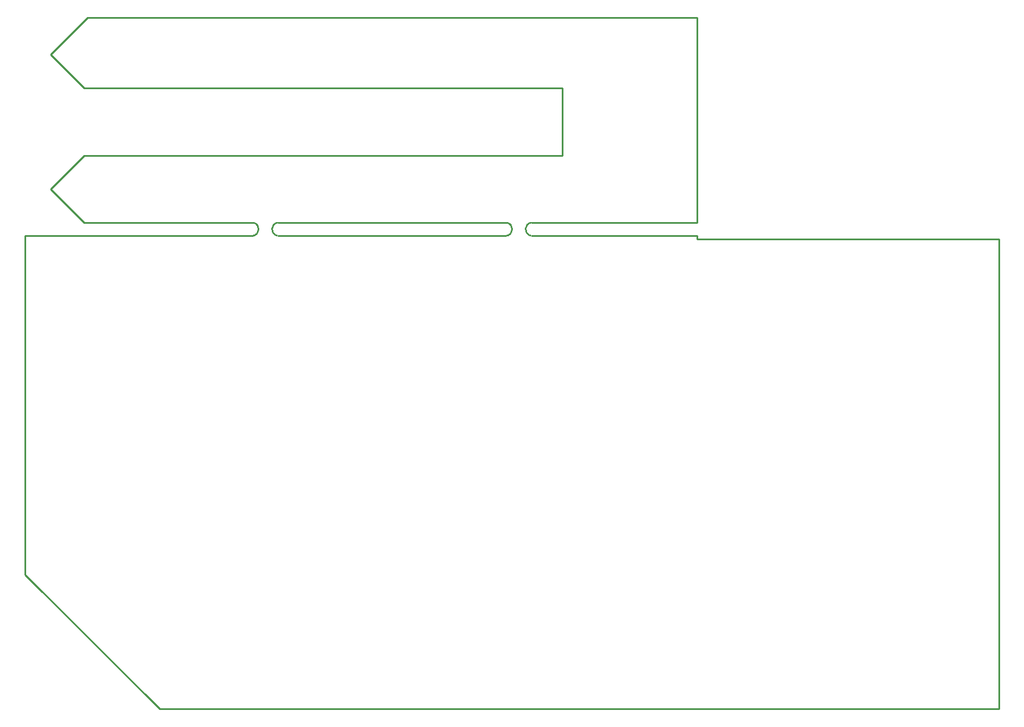
<source format=gbp>
%FSLAX25Y25*%
%MOIN*%
G70*
G01*
G75*
G04 Layer_Color=128*
%ADD10R,0.03937X0.04331*%
%ADD11R,0.04331X0.03937*%
%ADD12R,0.11811X0.09055*%
%ADD13R,0.07874X0.02756*%
%ADD14R,0.09449X0.12992*%
%ADD15R,0.24016X0.40000*%
%ADD16R,0.12992X0.09449*%
%ADD17R,0.07874X0.02362*%
%ADD18R,0.02362X0.06102*%
%ADD19C,0.01000*%
%ADD20C,0.02756*%
%ADD21C,0.03937*%
%ADD22C,0.05906*%
%ADD23C,0.01969*%
%ADD24C,0.07874*%
%ADD25C,0.01575*%
%ADD26C,0.27559*%
%ADD27C,0.07087*%
%ADD28C,0.09843*%
%ADD29C,0.05906*%
%ADD30C,0.08661*%
%ADD31O,0.07874X0.03937*%
%ADD32O,0.07874X0.03937*%
%ADD33R,0.06299X0.06299*%
%ADD34C,0.06299*%
%ADD35R,0.06299X0.06299*%
%ADD36R,0.05906X0.05906*%
%ADD37C,0.04724*%
%ADD38C,0.01969*%
%ADD39R,0.05906X0.05906*%
%ADD40O,0.03937X0.07874*%
%ADD41O,0.07874X0.04331*%
%ADD42C,0.03937*%
%ADD43C,0.02756*%
%ADD44C,0.05000*%
%ADD45C,0.03543*%
%ADD46C,0.06693*%
%ADD47C,0.00394*%
%ADD48C,0.00787*%
%ADD49C,0.00591*%
%ADD50C,0.00800*%
%ADD51R,0.04737X0.05131*%
%ADD52R,0.05131X0.04737*%
%ADD53R,0.12611X0.09855*%
%ADD54R,0.08674X0.03556*%
%ADD55R,0.10249X0.13792*%
%ADD56R,0.24816X0.40800*%
%ADD57R,0.13792X0.10249*%
%ADD58R,0.08674X0.03162*%
%ADD59R,0.03162X0.06902*%
%ADD60C,0.07887*%
%ADD61C,0.10642*%
%ADD62C,0.06706*%
%ADD63C,0.09461*%
%ADD64O,0.08674X0.04737*%
%ADD65O,0.08674X0.04737*%
%ADD66R,0.07099X0.07099*%
%ADD67C,0.07099*%
%ADD68R,0.07099X0.07099*%
%ADD69R,0.06706X0.06706*%
%ADD70C,0.05524*%
%ADD71C,0.02769*%
%ADD72R,0.06706X0.06706*%
%ADD73O,0.04737X0.08674*%
%ADD74O,0.08674X0.05131*%
%ADD75C,0.04737*%
%ADD76C,0.03556*%
%ADD77C,0.05800*%
%ADD78C,0.04343*%
%ADD79C,0.07493*%
D19*
X282044Y277593D02*
G03*
X282549Y285299I-514J3903D01*
G01*
X296764Y285399D02*
G03*
X296259Y277693I514J-3903D01*
G01*
X148108Y285399D02*
G03*
X147603Y277693I514J-3903D01*
G01*
X133388Y277593D02*
G03*
X133893Y285299I-514J3903D01*
G01*
X148108Y277593D02*
X282010D01*
X148108Y285399D02*
X282456D01*
X-0Y277559D02*
X34Y277593D01*
X133388D01*
X34449Y285433D02*
X133800D01*
X14764Y305118D02*
X34449Y285433D01*
X14764Y305118D02*
X34449Y324803D01*
X314961D01*
Y364173D01*
X34449D02*
X314961D01*
X14764Y383858D02*
X34449Y364173D01*
X14764Y383858D02*
X36417Y405512D01*
X393701D01*
Y285433D02*
Y405512D01*
X393667Y285399D02*
X393701Y285433D01*
X296730Y285399D02*
X393667D01*
X296730Y277593D02*
X393667D01*
X393701Y277559D01*
Y275590D02*
Y277559D01*
Y275590D02*
X570866D01*
X570866Y275590D01*
Y0D02*
Y275590D01*
X78740Y0D02*
X570866D01*
X-0Y78740D02*
X78740Y0D01*
X-0Y78740D02*
Y277559D01*
M02*

</source>
